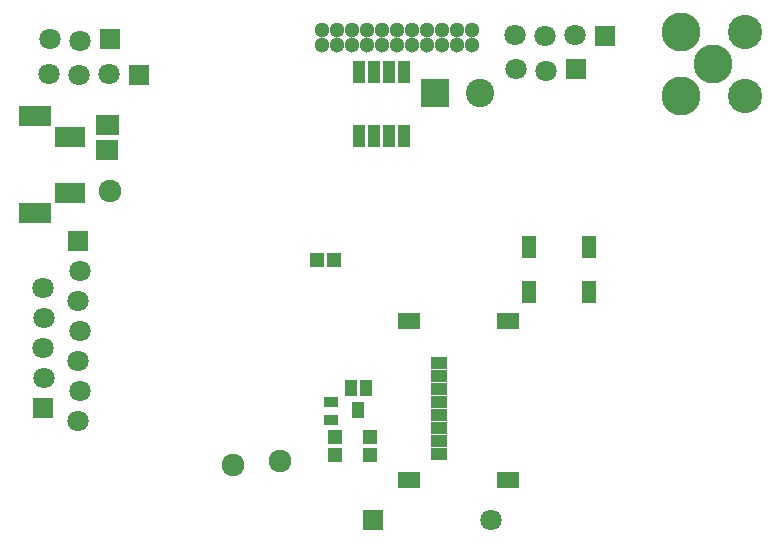
<source format=gbs>
G04 #@! TF.FileFunction,Soldermask,Bot*
%FSLAX46Y46*%
G04 Gerber Fmt 4.6, Leading zero omitted, Abs format (unit mm)*
G04 Created by KiCad (PCBNEW (after 2015-may-01 BZR unknown)-product) date Sun 10 May 2015 22:33:08 EDT*
%MOMM*%
G01*
G04 APERTURE LIST*
%ADD10C,0.100000*%
%ADD11R,1.449020X0.999440*%
%ADD12R,1.901140X1.449020*%
%ADD13R,1.150000X1.200000*%
%ADD14C,2.398980*%
%ADD15R,2.398980X2.398980*%
%ADD16R,1.035000X1.670000*%
%ADD17R,1.797000X1.797000*%
%ADD18C,1.797000*%
%ADD19C,1.300000*%
%ADD20R,1.000000X1.950000*%
%ADD21R,2.701240X1.700480*%
%ADD22R,2.602180X1.700480*%
%ADD23C,3.300000*%
%ADD24C,2.900000*%
%ADD25R,0.999440X1.400760*%
%ADD26R,1.300000X0.900000*%
%ADD27R,1.162000X1.924000*%
%ADD28C,1.924000*%
%ADD29R,1.200000X1.150000*%
%ADD30R,1.800000X1.800000*%
%ADD31C,1.800000*%
G04 APERTURE END LIST*
D10*
D11*
X176830880Y-68955080D03*
X176830880Y-70054900D03*
X176830880Y-71154720D03*
X176830880Y-72254540D03*
X176830880Y-73354360D03*
X176830880Y-74454180D03*
X176830880Y-75554000D03*
X176830880Y-76653820D03*
D12*
X174301040Y-65399080D03*
X174301040Y-78850920D03*
X182700820Y-65399080D03*
X182700820Y-78850920D03*
D13*
X168000000Y-76750000D03*
X168000000Y-75250000D03*
X171000000Y-76750000D03*
X171000000Y-75250000D03*
D14*
X180260000Y-46100000D03*
D15*
X176450000Y-46100000D03*
D16*
X148300420Y-48800000D03*
X149199580Y-48800000D03*
X148250420Y-50950000D03*
X149149580Y-50950000D03*
D17*
X188390000Y-44089040D03*
D18*
X185850000Y-44210960D03*
X183310000Y-44089040D03*
D17*
X148940000Y-41539040D03*
D18*
X146400000Y-41660960D03*
X143860000Y-41539040D03*
X148920000Y-44439040D03*
X146380000Y-44560960D03*
D17*
X151460000Y-44560960D03*
D18*
X143840000Y-44439040D03*
X188370000Y-41139040D03*
X185830000Y-41260960D03*
D17*
X190910000Y-41260960D03*
D18*
X183290000Y-41139040D03*
D17*
X143289040Y-72780000D03*
D18*
X143410960Y-70240000D03*
X143289040Y-67700000D03*
X143410960Y-65160000D03*
X143289040Y-62620000D03*
X146410960Y-61170000D03*
X146289040Y-63710000D03*
X146410960Y-66250000D03*
X146289040Y-68790000D03*
X146410960Y-71330000D03*
D17*
X146289040Y-58630000D03*
D18*
X146289040Y-73870000D03*
D19*
X166920000Y-40730000D03*
X168190000Y-40730000D03*
X169460000Y-40730000D03*
X170730000Y-40730000D03*
X172000000Y-40730000D03*
X173270000Y-40730000D03*
X174540000Y-40730000D03*
X175810000Y-40730000D03*
X177080000Y-40730000D03*
X178350000Y-40730000D03*
X179620000Y-40730000D03*
X179620000Y-42000000D03*
X178350000Y-42000000D03*
X177080000Y-42000000D03*
X175810000Y-42000000D03*
X174540000Y-42000000D03*
X173270000Y-42000000D03*
X172000000Y-42000000D03*
X170730000Y-42000000D03*
X169460000Y-42000000D03*
X168190000Y-42000000D03*
X166920000Y-42000000D03*
D20*
X173855000Y-49700000D03*
X172585000Y-49700000D03*
X171315000Y-49700000D03*
X170045000Y-49700000D03*
X170045000Y-44300000D03*
X171315000Y-44300000D03*
X172585000Y-44300000D03*
X173855000Y-44300000D03*
D21*
X142575000Y-48075440D03*
D22*
X145574740Y-49774700D03*
D21*
X142575000Y-56274560D03*
D22*
X145574740Y-54575300D03*
D23*
X200000000Y-43650000D03*
D24*
X202700020Y-40949980D03*
D23*
X197299980Y-40949980D03*
X197299980Y-46350020D03*
D24*
X202700020Y-46350020D03*
D25*
X170650240Y-71050040D03*
X169349760Y-71050040D03*
X170000000Y-72949960D03*
D26*
X167650000Y-72250000D03*
X167650000Y-73750000D03*
D27*
X184460000Y-62905000D03*
X189540000Y-62905000D03*
X184460000Y-59095000D03*
X189540000Y-59095000D03*
D28*
X163350000Y-77250000D03*
X159375000Y-77575000D03*
X148925000Y-54350000D03*
D29*
X166450000Y-60200000D03*
X167950000Y-60200000D03*
D30*
X171225000Y-82275000D03*
D31*
X181225000Y-82275000D03*
M02*

</source>
